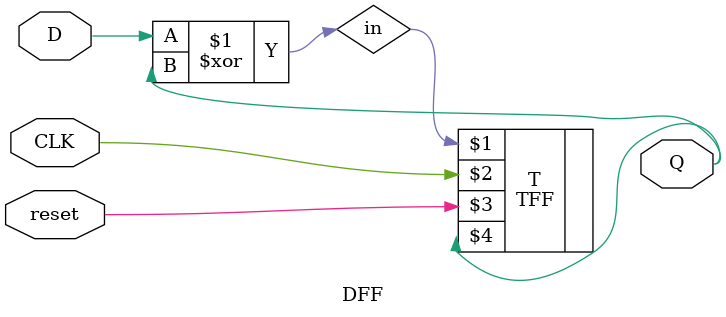
<source format=v>
`timescale 1ns / 1ps


module DFF(D, CLK, reset, Q);
    input D;
    input CLK;
    input reset;
    output Q;
    
    wire in;
    
    wire Q;
    
    assign in = D^Q;
    TFF T(in, CLK, reset, Q);
   
    
        
endmodule

</source>
